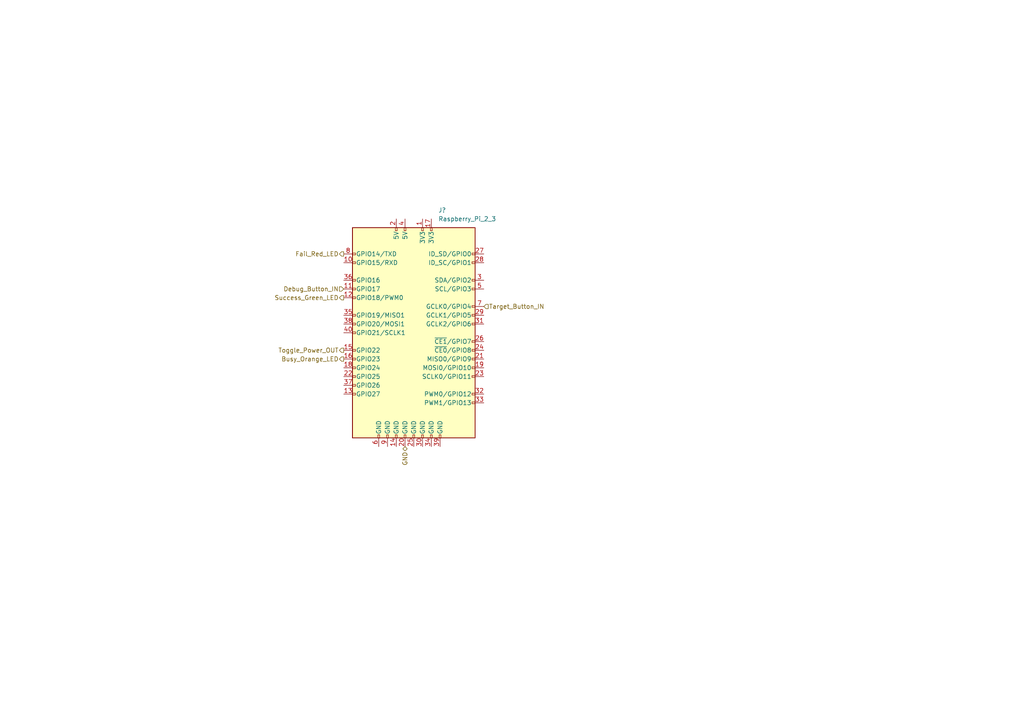
<source format=kicad_sch>
(kicad_sch (version 20211123) (generator eeschema)
  (paper "A4")
  (lib_symbols
    (symbol "Connector:Raspberry_Pi_2_3" (pin_names (offset 1.016))
      (property "Reference" "J" (at -17.78 31.75 0))
      (property "Value" "Raspberry_Pi_2_3" (at 10.16 -31.75 0))
      (symbol "Raspberry_Pi_2_3_0_1"
        (rectangle (start -17.78 30.48) (end 17.78 -30.48) (stroke (width 0.254)) (fill (type background)))
      )
      (symbol "Raspberry_Pi_2_3_1_1"
        (rectangle (start -16.891 -17.526) (end -17.78 -18.034))
        (rectangle (start -16.891 -14.986) (end -17.78 -15.494))
        (rectangle (start -16.891 -12.446) (end -17.78 -12.954))
        (rectangle (start -16.891 -9.906) (end -17.78 -10.414))
        (rectangle (start -16.891 -7.366) (end -17.78 -7.874))
        (rectangle (start -16.891 -4.826) (end -17.78 -5.334))
        (rectangle (start -16.891 0.254) (end -17.78 -0.254))
        (rectangle (start -16.891 2.794) (end -17.78 2.286))
        (rectangle (start -16.891 5.334) (end -17.78 4.826))
        (rectangle (start -16.891 10.414) (end -17.78 9.906))
        (rectangle (start -16.891 12.954) (end -17.78 12.446))
        (rectangle (start -16.891 15.494) (end -17.78 14.986))
        (rectangle (start -16.891 20.574) (end -17.78 20.066))
        (rectangle (start -16.891 23.114) (end -17.78 22.606))
        (rectangle (start -10.414 -29.591) (end -9.906 -30.48))
        (rectangle (start -7.874 -29.591) (end -7.366 -30.48))
        (rectangle (start -5.334 -29.591) (end -4.826 -30.48))
        (rectangle (start -5.334 30.48) (end -4.826 29.591))
        (rectangle (start -2.794 -29.591) (end -2.286 -30.48))
        (rectangle (start -2.794 30.48) (end -2.286 29.591))
        (rectangle (start -0.254 -29.591) (end 0.254 -30.48))
        (rectangle (start 2.286 -29.591) (end 2.794 -30.48))
        (rectangle (start 2.286 30.48) (end 2.794 29.591))
        (rectangle (start 4.826 -29.591) (end 5.334 -30.48))
        (rectangle (start 4.826 30.48) (end 5.334 29.591))
        (rectangle (start 7.366 -29.591) (end 7.874 -30.48))
        (rectangle (start 17.78 -20.066) (end 16.891 -20.574))
        (rectangle (start 17.78 -17.526) (end 16.891 -18.034))
        (rectangle (start 17.78 -12.446) (end 16.891 -12.954))
        (rectangle (start 17.78 -9.906) (end 16.891 -10.414))
        (rectangle (start 17.78 -7.366) (end 16.891 -7.874))
        (rectangle (start 17.78 -4.826) (end 16.891 -5.334))
        (rectangle (start 17.78 -2.286) (end 16.891 -2.794))
        (rectangle (start 17.78 2.794) (end 16.891 2.286))
        (rectangle (start 17.78 5.334) (end 16.891 4.826))
        (rectangle (start 17.78 7.874) (end 16.891 7.366))
        (rectangle (start 17.78 12.954) (end 16.891 12.446))
        (rectangle (start 17.78 15.494) (end 16.891 14.986))
        (rectangle (start 17.78 20.574) (end 16.891 20.066))
        (rectangle (start 17.78 23.114) (end 16.891 22.606))
        (pin power_in line (at 2.54 33.02 270) (length 2.54) (name "3V3") (number "1"))
        (pin bidirectional line (at -20.32 20.32 0) (length 2.54) (name "GPIO15/RXD") (number "10"))
        (pin bidirectional line (at -20.32 12.7 0) (length 2.54) (name "GPIO17") (number "11"))
        (pin bidirectional line (at -20.32 10.16 0) (length 2.54) (name "GPIO18/PWM0") (number "12"))
        (pin bidirectional line (at -20.32 -17.78 0) (length 2.54) (name "GPIO27") (number "13"))
        (pin power_in line (at -5.08 -33.02 90) (length 2.54) (name "GND") (number "14"))
        (pin bidirectional line (at -20.32 -5.08 0) (length 2.54) (name "GPIO22") (number "15"))
        (pin bidirectional line (at -20.32 -7.62 0) (length 2.54) (name "GPIO23") (number "16"))
        (pin power_in line (at 5.08 33.02 270) (length 2.54) (name "3V3") (number "17"))
        (pin bidirectional line (at -20.32 -10.16 0) (length 2.54) (name "GPIO24") (number "18"))
        (pin bidirectional line (at 20.32 -10.16 180) (length 2.54) (name "MOSI0/GPIO10") (number "19"))
        (pin power_in line (at -5.08 33.02 270) (length 2.54) (name "5V") (number "2"))
        (pin power_in line (at -2.54 -33.02 90) (length 2.54) (name "GND") (number "20"))
        (pin bidirectional line (at 20.32 -7.62 180) (length 2.54) (name "MISO0/GPIO9") (number "21"))
        (pin bidirectional line (at -20.32 -12.7 0) (length 2.54) (name "GPIO25") (number "22"))
        (pin bidirectional line (at 20.32 -12.7 180) (length 2.54) (name "SCLK0/GPIO11") (number "23"))
        (pin bidirectional line (at 20.32 -5.08 180) (length 2.54) (name "~{CE0}/GPIO8") (number "24"))
        (pin power_in line (at 0 -33.02 90) (length 2.54) (name "GND") (number "25"))
        (pin bidirectional line (at 20.32 -2.54 180) (length 2.54) (name "~{CE1}/GPIO7") (number "26"))
        (pin bidirectional line (at 20.32 22.86 180) (length 2.54) (name "ID_SD/GPIO0") (number "27"))
        (pin bidirectional line (at 20.32 20.32 180) (length 2.54) (name "ID_SC/GPIO1") (number "28"))
        (pin bidirectional line (at 20.32 5.08 180) (length 2.54) (name "GCLK1/GPIO5") (number "29"))
        (pin bidirectional line (at 20.32 15.24 180) (length 2.54) (name "SDA/GPIO2") (number "3"))
        (pin power_in line (at 2.54 -33.02 90) (length 2.54) (name "GND") (number "30"))
        (pin bidirectional line (at 20.32 2.54 180) (length 2.54) (name "GCLK2/GPIO6") (number "31"))
        (pin bidirectional line (at 20.32 -17.78 180) (length 2.54) (name "PWM0/GPIO12") (number "32"))
        (pin bidirectional line (at 20.32 -20.32 180) (length 2.54) (name "PWM1/GPIO13") (number "33"))
        (pin power_in line (at 5.08 -33.02 90) (length 2.54) (name "GND") (number "34"))
        (pin bidirectional line (at -20.32 5.08 0) (length 2.54) (name "GPIO19/MISO1") (number "35"))
        (pin bidirectional line (at -20.32 15.24 0) (length 2.54) (name "GPIO16") (number "36"))
        (pin bidirectional line (at -20.32 -15.24 0) (length 2.54) (name "GPIO26") (number "37"))
        (pin bidirectional line (at -20.32 2.54 0) (length 2.54) (name "GPIO20/MOSI1") (number "38"))
        (pin power_in line (at 7.62 -33.02 90) (length 2.54) (name "GND") (number "39"))
        (pin power_in line (at -2.54 33.02 270) (length 2.54) (name "5V") (number "4"))
        (pin bidirectional line (at -20.32 0 0) (length 2.54) (name "GPIO21/SCLK1") (number "40"))
        (pin bidirectional line (at 20.32 12.7 180) (length 2.54) (name "SCL/GPIO3") (number "5"))
        (pin power_in line (at -10.16 -33.02 90) (length 2.54) (name "GND") (number "6"))
        (pin bidirectional line (at 20.32 7.62 180) (length 2.54) (name "GCLK0/GPIO4") (number "7"))
        (pin bidirectional line (at -20.32 22.86 0) (length 2.54) (name "GPIO14/TXD") (number "8"))
        (pin power_in line (at -7.62 -33.02 90) (length 2.54) (name "GND") (number "9"))
      )
    )
  )
  (hierarchical_label "Success_Green_LED" (shape output) (at 99.695 86.36 180))
  (hierarchical_label "Debug_Button_IN" (shape input) (at 99.695 83.82 180))
  (hierarchical_label "Busy_Orange_LED" (shape output) (at 99.695 104.14 180))
  (hierarchical_label "Fail_Red_LED" (shape output) (at 99.695 73.66 180))
  (hierarchical_label "GND" (shape bidirectional) (at 117.475 129.54 270))
  (hierarchical_label "Toggle_Power_OUT" (shape output) (at 99.695 101.6 180))
  (hierarchical_label "Target_Button_IN" (shape input) (at 140.335 88.9 0))
  (symbol (lib_id "Connector:Raspberry_Pi_2_3") (at 120.015 96.52 0) (unit 1)
    (property "Reference" "J?" (at 127.1144 60.96 0) (effects (justify left)))
    (property "Value" "Raspberry_Pi_2_3" (at 127.1144 63.5 0) (effects (justify left)))
    (property "Datasheet" "https://www.raspberrypi.org/documentation/hardware/raspberrypi/schematics/rpi_SCH_3bplus_1p0_reduced.pdf" (effects hide))
  )
)
</source>
